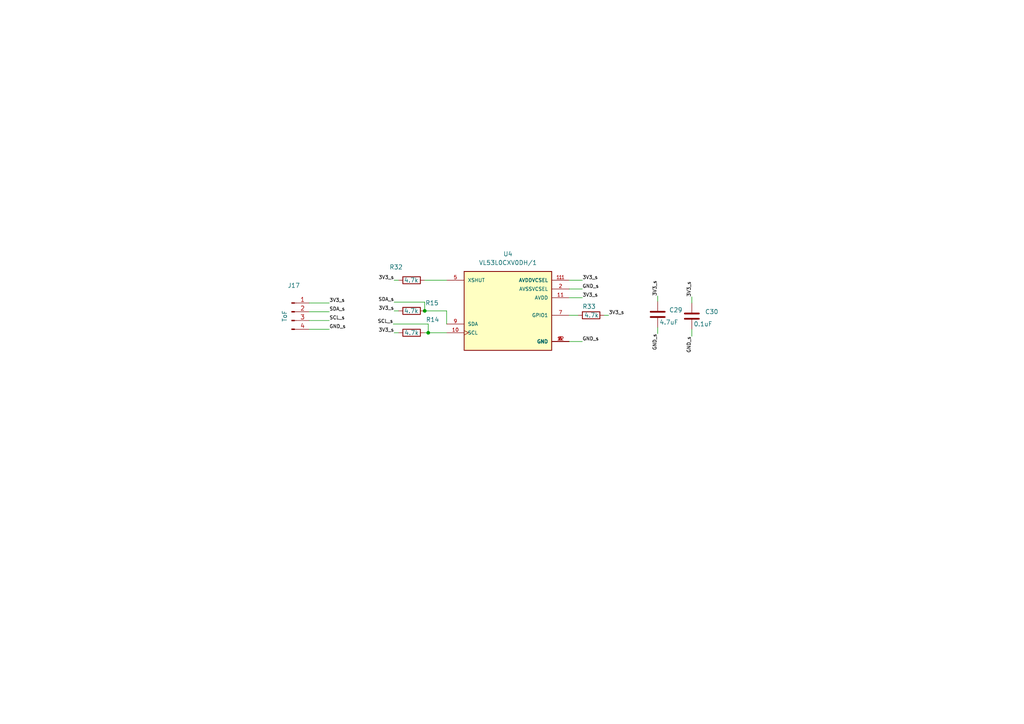
<source format=kicad_sch>
(kicad_sch (version 20211123) (generator eeschema)
  (paper "A4")
  (title_block (title "MUSHAK_PCB") (date "9 Aug 2022") (company "SRA-VJTI") (comment 1 "Designed by - Chinmay Lonkar"))
  (lib_symbols
    (symbol "Connector:Conn_01x04_Male" (pin_names (offset 1.016) hide)
      (property "Reference" "J" (at 0 5.08 0))
      (property "Value" "Conn_01x04_Male" (at 0 -7.62 0))
      (symbol "Conn_01x04_Male_1_1"
        (polyline (pts (xy 1.27 -5.08) (xy 0.8636 -5.08)) (stroke (width 0.1524)))
        (polyline (pts (xy 1.27 -2.54) (xy 0.8636 -2.54)) (stroke (width 0.1524)))
        (polyline (pts (xy 1.27 0) (xy 0.8636 0)) (stroke (width 0.1524)))
        (polyline (pts (xy 1.27 2.54) (xy 0.8636 2.54)) (stroke (width 0.1524)))
        (rectangle (start 0.8636 -4.953) (end 0 -5.207) (stroke (width 0.1524)) (fill (type outline)))
        (rectangle (start 0.8636 -2.413) (end 0 -2.667) (stroke (width 0.1524)) (fill (type outline)))
        (rectangle (start 0.8636 0.127) (end 0 -0.127) (stroke (width 0.1524)) (fill (type outline)))
        (rectangle (start 0.8636 2.667) (end 0 2.413) (stroke (width 0.1524)) (fill (type outline)))
        (pin passive line (at 5.08 2.54 180) (length 3.81) (name "Pin_1") (number "1"))
        (pin passive line (at 5.08 0 180) (length 3.81) (name "Pin_2") (number "2"))
        (pin passive line (at 5.08 -2.54 180) (length 3.81) (name "Pin_3") (number "3"))
        (pin passive line (at 5.08 -5.08 180) (length 3.81) (name "Pin_4") (number "4"))
      )
    )
    (symbol "Device:C" (pin_numbers hide) (pin_names (offset 0.254))
      (property "Reference" "C" (at 0.635 2.54 0))
      (property "Value" "C" (at 0.635 -2.54 0))
      (symbol "C_0_1"
        (polyline (pts (xy -2.032 -0.762) (xy 2.032 -0.762)) (stroke (width 0.508)))
        (polyline (pts (xy -2.032 0.762) (xy 2.032 0.762)) (stroke (width 0.508)))
      )
      (symbol "C_1_1"
        (pin passive line (at 0 3.81 270) (length 2.794) (name "~") (number "1"))
        (pin passive line (at 0 -3.81 90) (length 2.794) (name "~") (number "2"))
      )
    )
    (symbol "Device:R" (pin_numbers hide) (pin_names (offset 0))
      (property "Reference" "R" (at 2.032 0 90))
      (property "Value" "R" (at 0 0 90))
      (symbol "R_0_1"
        (rectangle (start -1.016 -2.54) (end 1.016 2.54) (stroke (width 0.254)))
      )
      (symbol "R_1_1"
        (pin passive line (at 0 3.81 270) (length 1.27) (name "~") (number "1"))
        (pin passive line (at 0 -3.81 90) (length 1.27) (name "~") (number "2"))
      )
    )
    (symbol "VL53L0CXV0DH_1:VL53L0CXV0DH{slash}1" (pin_names (offset 1.016))
      (property "Reference" "U" (at -12.7222 13.2311 0))
      (property "Value" "VL53L0CXV0DH{slash}1" (at -12.7032 -12.7032 0))
      (symbol "VL53L0CXV0DH{slash}1_0_0"
        (rectangle (start -12.7 -10.16) (end 12.7 12.7) (stroke (width 0.254)) (fill (type background)))
        (pin power_in line (at 17.78 10.16 180) (length 5.08) (name "AVDDVCSEL") (number "1"))
        (pin power_in line (at 17.78 10.16 180) (length 5.08) (name "AVDDVCSEL") (number "1.1"))
        (pin input clock (at -17.78 -5.08 0) (length 5.08) (name "SCL") (number "10"))
        (pin power_in line (at 17.78 5.08 180) (length 5.08) (name "AVDD") (number "11"))
        (pin power_in line (at 17.78 -7.62 180) (length 5.08) (name "GND") (number "12"))
        (pin passive line (at 17.78 7.62 180) (length 5.08) (name "AVSSVCSEL") (number "2"))
        (pin power_in line (at 17.78 -7.62 180) (length 5.08) (name "GND") (number "3"))
        (pin power_in line (at 17.78 -7.62 180) (length 5.08) (name "GND") (number "4"))
        (pin input line (at -17.78 10.16 0) (length 5.08) (name "XSHUT") (number "5"))
        (pin power_in line (at 17.78 -7.62 180) (length 5.08) (name "GND") (number "6"))
        (pin output line (at 17.78 0 180) (length 5.08) (name "GPIO1") (number "7"))
        (pin bidirectional line (at -17.78 -2.54 0) (length 5.08) (name "SDA") (number "9"))
      )
    )
  )
  (junction (at 123.19 90.17))
  (junction (at 124.206 96.52))
  (wire (pts (xy 190.754 85.852) (xy 190.754 87.376)))
  (wire (pts (xy 89.662 95.504) (xy 95.504 95.504)))
  (wire (pts (xy 129.54 93.98) (xy 129.54 90.17)))
  (wire (pts (xy 176.53 91.44) (xy 175.26 91.44)))
  (wire (pts (xy 190.754 94.996) (xy 190.754 96.774)))
  (wire (pts (xy 114.3 96.52) (xy 115.57 96.52)))
  (wire (pts (xy 165.1 81.28) (xy 168.91 81.28)))
  (wire (pts (xy 165.1 91.44) (xy 167.64 91.44)))
  (wire (pts (xy 114.046 93.98) (xy 124.206 93.98)))
  (wire (pts (xy 129.54 90.17) (xy 123.19 90.17)))
  (wire (pts (xy 200.66 86.106) (xy 200.66 87.884)))
  (wire (pts (xy 165.1 83.82) (xy 168.91 83.82)))
  (wire (pts (xy 123.19 81.28) (xy 129.54 81.28)))
  (wire (pts (xy 114.3 90.17) (xy 115.57 90.17)))
  (wire (pts (xy 114.3 81.28) (xy 115.57 81.28)))
  (wire (pts (xy 123.19 96.52) (xy 124.206 96.52)))
  (wire (pts (xy 89.662 92.964) (xy 95.504 92.964)))
  (wire (pts (xy 89.662 87.884) (xy 95.504 87.884)))
  (wire (pts (xy 89.662 90.424) (xy 95.504 90.424)))
  (wire (pts (xy 165.1 99.06) (xy 168.91 99.06)))
  (wire (pts (xy 165.1 86.36) (xy 168.91 86.36)))
  (wire (pts (xy 124.206 96.52) (xy 129.54 96.52)))
  (wire (pts (xy 123.19 87.63) (xy 114.3 87.63)))
  (wire (pts (xy 200.66 95.504) (xy 200.66 97.536)))
  (wire (pts (xy 124.206 93.98) (xy 124.206 96.52)))
  (wire (pts (xy 123.19 90.17) (xy 123.19 87.63)))
  (label "GND_s" (at 168.91 99.06 0) (effects (font (size 1 1))))
  (label "3V3_s" (at 168.91 81.28 0) (effects (font (size 1 1))))
  (label "SCL_s" (at 95.504 92.964 0) (effects (font (size 1 1))))
  (label "SDA_s" (at 95.504 90.424 0) (effects (font (size 1 1))))
  (label "3V3_s" (at 168.91 86.36 0) (effects (font (size 1 1))))
  (label "3V3_s" (at 95.504 87.884 0) (effects (font (size 1 1))))
  (label "3V3_s" (at 190.754 85.852 90) (effects (font (size 1 1))))
  (label "3V3_s" (at 114.3 81.28 180) (effects (font (size 1 1))))
  (label "3V3_s" (at 114.3 90.17 180) (effects (font (size 1 1))))
  (label "GND_s" (at 200.66 97.536 270) (effects (font (size 1 1))))
  (label "SDA_s" (at 114.3 87.63 180) (effects (font (size 1 1))))
  (label "3V3_s" (at 176.53 91.44 0) (effects (font (size 1 1))))
  (label "GND_s" (at 168.91 83.82 0) (effects (font (size 1 1))))
  (label "GND_s" (at 95.504 95.504 0) (effects (font (size 1 1))))
  (label "3V3_s" (at 200.66 86.106 90) (effects (font (size 1 1))))
  (label "3V3_s" (at 114.3 96.52 180) (effects (font (size 1 1))))
  (label "SCL_s" (at 114.046 93.98 180) (effects (font (size 1 1))))
  (label "GND_s" (at 190.754 96.774 270) (effects (font (size 1 1))))
  (symbol (lib_id "Connector:Conn_01x04_Male") (at 84.582 90.424 0) (unit 1)
    (property "Reference" "J17" (at 85.217 82.804 0))
    (property "Value" "ToF" (at 82.55 91.694 90))
    (property "Footprint" "mushak_mount_footprint:STAND_SLAVE_04" (effects hide))
  )
  (symbol (lib_id "Device:R") (at 119.38 81.28 270) (unit 1)
    (property "Reference" "R32" (at 116.84 77.47 90) (effects (justify right)))
    (property "Value" "4.7k" (at 121.412 81.28 90) (effects (justify right)))
    (property "Footprint" "Resistor_SMD:R_0402_1005Metric" (effects hide))
  )
  (symbol (lib_id "VL53L0CXV0DH_1:VL53L0CXV0DH{slash}1") (at 147.32 91.44 0) (unit 1)
    (property "Reference" "U4" (at 147.32 73.66 0))
    (property "Value" "VL53L0CXV0DH/1" (at 147.32 76.2 0))
    (property "Footprint" "VL53L0CXV0DH_1:XDCR_VL53L0CXV0DH_1" (effects hide))
    (property "MANUFACTURER" "STMicroelectronics" (effects hide))
  )
  (symbol (lib_id "Device:R") (at 171.45 91.44 90) (unit 1)
    (property "Reference" "R33" (at 168.91 88.9 90) (effects (justify right)))
    (property "Value" "4.7k" (at 169.418 91.44 90) (effects (justify right)))
    (property "Footprint" "Resistor_SMD:R_0402_1005Metric" (effects hide))
  )
  (symbol (lib_id "Device:C") (at 200.66 91.694 0) (unit 1)
    (property "Reference" "C30" (at 204.47 90.4239 0) (effects (justify left)))
    (property "Value" "0.1uF" (at 201.168 93.98 0) (effects (justify left)))
    (property "Footprint" "Capacitor_SMD:C_0402_1005Metric" (effects hide))
  )
  (symbol (lib_id "Device:R") (at 119.38 96.52 270) (unit 1)
    (property "Reference" "R14" (at 125.476 92.71 90))
    (property "Value" "4.7k" (at 119.38 96.52 90))
    (property "Footprint" "Resistor_SMD:R_0402_1005Metric" (effects hide))
  )
  (symbol (lib_id "Device:R") (at 119.38 90.17 270) (unit 1)
    (property "Reference" "R15" (at 127.254 87.884 90) (effects (justify right)))
    (property "Value" "4.7k" (at 121.412 90.17 90) (effects (justify right)))
    (property "Footprint" "Resistor_SMD:R_0402_1005Metric" (effects hide))
  )
  (symbol (lib_id "Device:C") (at 190.754 91.186 0) (unit 1)
    (property "Reference" "C29" (at 194.056 89.9159 0) (effects (justify left)))
    (property "Value" "4.7uF" (at 191.262 93.472 0) (effects (justify left)))
    (property "Footprint" "Capacitor_SMD:C_0603_1608Metric" (effects hide))
  )
)
</source>
